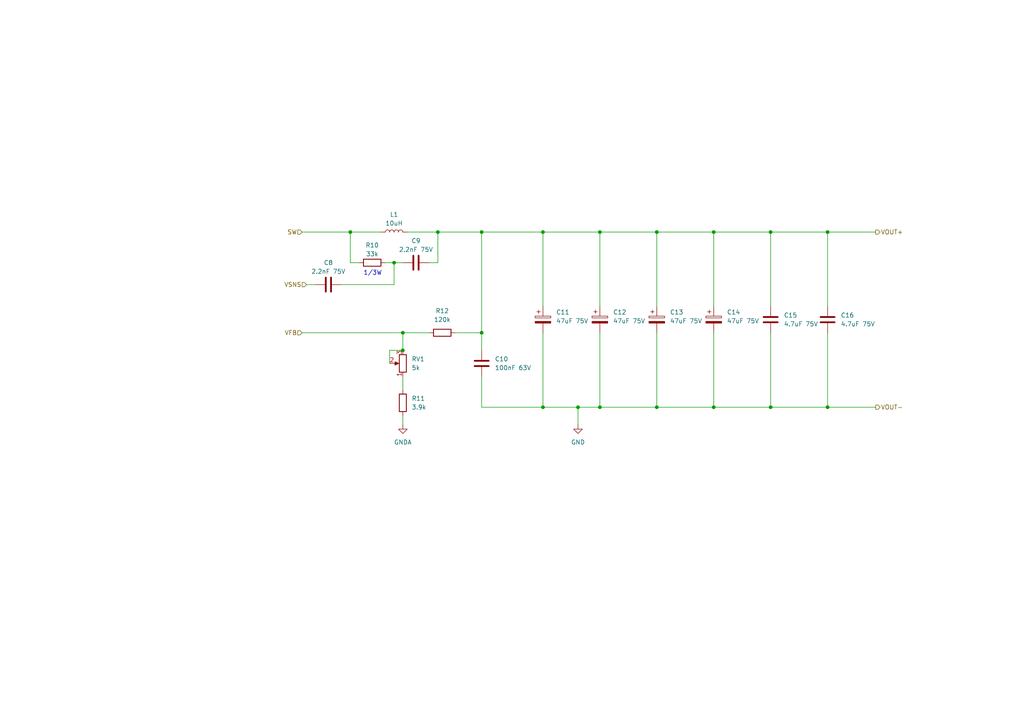
<source format=kicad_sch>
(kicad_sch (version 20211123) (generator eeschema)
  (paper "A4")
  (lib_symbols
    (symbol "Device:C" (pin_numbers hide) (pin_names (offset 0.254))
      (property "Reference" "C" (at 0.635 2.54 0))
      (property "Value" "C" (at 0.635 -2.54 0))
      (symbol "C_0_1"
        (polyline (pts (xy -2.032 -0.762) (xy 2.032 -0.762)) (stroke (width 0.508)))
        (polyline (pts (xy -2.032 0.762) (xy 2.032 0.762)) (stroke (width 0.508)))
      )
      (symbol "C_1_1"
        (pin passive line (at 0 3.81 270) (length 2.794) (name "~") (number "1"))
        (pin passive line (at 0 -3.81 90) (length 2.794) (name "~") (number "2"))
      )
    )
    (symbol "Device:C_Polarized" (pin_numbers hide) (pin_names (offset 0.254))
      (property "Reference" "C" (at 0.635 2.54 0))
      (property "Value" "C_Polarized" (at 0.635 -2.54 0))
      (symbol "C_Polarized_0_1"
        (rectangle (start -2.286 0.508) (end 2.286 1.016))
        (polyline (pts (xy -1.778 2.286) (xy -0.762 2.286)))
        (polyline (pts (xy -1.27 2.794) (xy -1.27 1.778)))
        (rectangle (start 2.286 -0.508) (end -2.286 -1.016) (fill (type outline)))
      )
      (symbol "C_Polarized_1_1"
        (pin passive line (at 0 3.81 270) (length 2.794) (name "~") (number "1"))
        (pin passive line (at 0 -3.81 90) (length 2.794) (name "~") (number "2"))
      )
    )
    (symbol "Device:L" (pin_numbers hide) (pin_names (offset 1.016) hide)
      (property "Reference" "L" (at -1.27 0 90))
      (property "Value" "L" (at 1.905 0 90))
      (symbol "L_0_1"
        (arc (start 0 -2.54) (mid 0.635 -1.905) (end 0 -1.27))
        (arc (start 0 -1.27) (mid 0.635 -0.635) (end 0 0))
        (arc (start 0 0) (mid 0.635 0.635) (end 0 1.27))
        (arc (start 0 1.27) (mid 0.635 1.905) (end 0 2.54))
      )
      (symbol "L_1_1"
        (pin passive line (at 0 3.81 270) (length 1.27) (name "1") (number "1"))
        (pin passive line (at 0 -3.81 90) (length 1.27) (name "2") (number "2"))
      )
    )
    (symbol "Device:R" (pin_numbers hide) (pin_names (offset 0))
      (property "Reference" "R" (at 2.032 0 90))
      (property "Value" "R" (at 0 0 90))
      (symbol "R_0_1"
        (rectangle (start -1.016 -2.54) (end 1.016 2.54) (stroke (width 0.254)))
      )
      (symbol "R_1_1"
        (pin passive line (at 0 3.81 270) (length 1.27) (name "~") (number "1"))
        (pin passive line (at 0 -3.81 90) (length 1.27) (name "~") (number "2"))
      )
    )
    (symbol "Device:R_Potentiometer" (pin_names (offset 1.016) hide)
      (property "Reference" "RV" (at -4.445 0 90))
      (property "Value" "R_Potentiometer" (at -2.54 0 90))
      (symbol "R_Potentiometer_0_1"
        (polyline (pts (xy 2.54 0) (xy 1.524 0)))
        (polyline (pts (xy 1.143 0) (xy 2.286 0.508) (xy 2.286 -0.508) (xy 1.143 0)) (fill (type outline)))
        (rectangle (start 1.016 2.54) (end -1.016 -2.54) (stroke (width 0.254)))
      )
      (symbol "R_Potentiometer_1_1"
        (pin passive line (at 0 3.81 270) (length 1.27) (name "1") (number "1"))
        (pin passive line (at 3.81 0 180) (length 1.27) (name "2") (number "2"))
        (pin passive line (at 0 -3.81 90) (length 1.27) (name "3") (number "3"))
      )
    )
    (symbol "power:GND" (power) (pin_names (offset 0))
      (property "Value" "GND" (at 0 -3.81 0))
      (symbol "GND_0_1"
        (polyline (pts (xy 0 0) (xy 0 -1.27) (xy 1.27 -1.27) (xy 0 -2.54) (xy -1.27 -1.27) (xy 0 -1.27)))
      )
      (symbol "GND_1_1"
        (pin power_in line (at 0 0 270) (length 0) hide (name "GND") (number "1"))
      )
    )
    (symbol "power:GNDA" (power) (pin_names (offset 0))
      (property "Value" "GNDA" (at 0 -3.81 0))
      (symbol "GNDA_0_1"
        (polyline (pts (xy 0 0) (xy 0 -1.27) (xy 1.27 -1.27) (xy 0 -2.54) (xy -1.27 -1.27) (xy 0 -1.27)))
      )
      (symbol "GNDA_1_1"
        (pin power_in line (at 0 0 270) (length 0) hide (name "GNDA") (number "1"))
      )
    )
  )
  (junction (at 116.84 96.52))
  (junction (at 167.64 118.11))
  (junction (at 127 67.31))
  (junction (at 101.6 67.31))
  (junction (at 240.03 67.31))
  (junction (at 139.7 96.52))
  (junction (at 157.48 67.31))
  (junction (at 116.84 101.6))
  (junction (at 207.01 118.11))
  (junction (at 190.5 67.31))
  (junction (at 240.03 118.11))
  (junction (at 114.3 76.2))
  (junction (at 173.99 67.31))
  (junction (at 223.52 118.11))
  (junction (at 190.5 118.11))
  (junction (at 139.7 67.31))
  (junction (at 157.48 118.11))
  (junction (at 207.01 67.31))
  (junction (at 223.52 67.31))
  (junction (at 173.99 118.11))
  (wire (pts (xy 88.9 82.55) (xy 91.44 82.55)))
  (wire (pts (xy 240.03 96.52) (xy 240.03 118.11)))
  (wire (pts (xy 101.6 67.31) (xy 101.6 76.2)))
  (wire (pts (xy 116.84 120.65) (xy 116.84 123.19)))
  (wire (pts (xy 157.48 67.31) (xy 173.99 67.31)))
  (wire (pts (xy 116.84 109.22) (xy 116.84 113.03)))
  (wire (pts (xy 190.5 96.52) (xy 190.5 118.11)))
  (wire (pts (xy 223.52 118.11) (xy 240.03 118.11)))
  (wire (pts (xy 101.6 76.2) (xy 104.14 76.2)))
  (wire (pts (xy 116.84 96.52) (xy 116.84 101.6)))
  (wire (pts (xy 114.3 76.2) (xy 116.84 76.2)))
  (wire (pts (xy 157.48 96.52) (xy 157.48 118.11)))
  (wire (pts (xy 113.03 105.41) (xy 113.03 101.6)))
  (wire (pts (xy 173.99 118.11) (xy 190.5 118.11)))
  (wire (pts (xy 207.01 96.52) (xy 207.01 118.11)))
  (wire (pts (xy 167.64 118.11) (xy 173.99 118.11)))
  (wire (pts (xy 124.46 76.2) (xy 127 76.2)))
  (wire (pts (xy 223.52 96.52) (xy 223.52 118.11)))
  (wire (pts (xy 157.48 67.31) (xy 157.48 88.9)))
  (wire (pts (xy 139.7 67.31) (xy 139.7 96.52)))
  (wire (pts (xy 190.5 67.31) (xy 190.5 88.9)))
  (wire (pts (xy 173.99 67.31) (xy 173.99 88.9)))
  (wire (pts (xy 240.03 67.31) (xy 254 67.31)))
  (wire (pts (xy 101.6 67.31) (xy 110.49 67.31)))
  (wire (pts (xy 139.7 118.11) (xy 157.48 118.11)))
  (wire (pts (xy 190.5 67.31) (xy 207.01 67.31)))
  (wire (pts (xy 139.7 96.52) (xy 139.7 101.6)))
  (wire (pts (xy 167.64 118.11) (xy 167.64 123.19)))
  (wire (pts (xy 113.03 101.6) (xy 116.84 101.6)))
  (wire (pts (xy 223.52 67.31) (xy 223.52 88.9)))
  (wire (pts (xy 240.03 67.31) (xy 240.03 88.9)))
  (wire (pts (xy 99.06 82.55) (xy 114.3 82.55)))
  (wire (pts (xy 207.01 118.11) (xy 223.52 118.11)))
  (wire (pts (xy 173.99 96.52) (xy 173.99 118.11)))
  (wire (pts (xy 127 67.31) (xy 127 76.2)))
  (wire (pts (xy 207.01 67.31) (xy 223.52 67.31)))
  (wire (pts (xy 114.3 82.55) (xy 114.3 76.2)))
  (wire (pts (xy 207.01 67.31) (xy 207.01 88.9)))
  (wire (pts (xy 87.63 67.31) (xy 101.6 67.31)))
  (wire (pts (xy 116.84 96.52) (xy 124.46 96.52)))
  (wire (pts (xy 173.99 67.31) (xy 190.5 67.31)))
  (wire (pts (xy 223.52 67.31) (xy 240.03 67.31)))
  (wire (pts (xy 111.76 76.2) (xy 114.3 76.2)))
  (wire (pts (xy 87.63 96.52) (xy 116.84 96.52)))
  (wire (pts (xy 139.7 109.22) (xy 139.7 118.11)))
  (wire (pts (xy 127 67.31) (xy 139.7 67.31)))
  (wire (pts (xy 190.5 118.11) (xy 207.01 118.11)))
  (wire (pts (xy 139.7 67.31) (xy 157.48 67.31)))
  (wire (pts (xy 157.48 118.11) (xy 167.64 118.11)))
  (wire (pts (xy 132.08 96.52) (xy 139.7 96.52)))
  (wire (pts (xy 240.03 118.11) (xy 254 118.11)))
  (wire (pts (xy 118.11 67.31) (xy 127 67.31)))
  (text "1/3W" (at 105.41 80.01 0) (effects (font (size 1.27 1.27)) (justify left bottom)))
  (hierarchical_label "SW" (shape input) (at 87.63 67.31 180))
  (hierarchical_label "VOUT+" (shape output) (at 254 67.31 0))
  (hierarchical_label "VSNS" (shape input) (at 88.9 82.55 180))
  (hierarchical_label "VFB" (shape input) (at 87.63 96.52 180))
  (hierarchical_label "VOUT-" (shape output) (at 254 118.11 0))
  (symbol (lib_id "Device:C_Polarized") (at 190.5 92.71 0) (unit 1)
    (property "Reference" "C13" (at 194.31 90.5509 0) (effects (justify left)))
    (property "Value" "47uF 75V" (at 194.31 93.0909 0) (effects (justify left)))
    (property "Footprint" "Capacitor_THT:CP_Radial_D8.0mm_P3.50mm" (effects hide))
    (property "LCSC" "C46895" (effects hide))
  )
  (symbol (lib_id "Device:C_Polarized") (at 173.99 92.71 0) (unit 1)
    (property "Reference" "C12" (at 177.8 90.5509 0) (effects (justify left)))
    (property "Value" "47uF 75V" (at 177.8 93.0909 0) (effects (justify left)))
    (property "Footprint" "Capacitor_THT:CP_Radial_D8.0mm_P3.50mm" (effects hide))
    (property "LCSC" "C46895" (effects hide))
  )
  (symbol (lib_id "Device:R") (at 116.84 116.84 180) (unit 1)
    (property "Reference" "R11" (at 119.38 115.5699 0) (effects (justify right)))
    (property "Value" "3.9k" (at 119.38 118.1099 0) (effects (justify right)))
    (property "Footprint" "Resistor_SMD:R_0603_1608Metric" (effects hide))
    (property "LCSC" "C23018" (effects hide))
  )
  (symbol (lib_id "Device:C") (at 95.25 82.55 90) (unit 1)
    (property "Reference" "C8" (at 95.25 76.2 90))
    (property "Value" "2.2nF 75V" (at 95.25 78.74 90))
    (property "Footprint" "Capacitor_SMD:C_0603_1608Metric" (effects hide))
    (property "LCSC" "C5186704" (effects hide))
  )
  (symbol (lib_id "Device:R") (at 128.27 96.52 90) (unit 1)
    (property "Reference" "R12" (at 128.27 90.17 90))
    (property "Value" "120k" (at 128.27 92.71 90))
    (property "Footprint" "Resistor_SMD:R_0603_1608Metric" (effects hide))
    (property "LCSC" "C25808" (effects hide))
  )
  (symbol (lib_id "power:GNDA") (at 116.84 123.19 0) (unit 1)
    (property "Reference" "#PWR014" (effects hide))
    (property "Value" "GNDA" (at 116.84 128.27 0))
  )
  (symbol (lib_id "power:GND") (at 167.64 123.19 0) (unit 1)
    (property "Reference" "#PWR015" (effects hide))
    (property "Value" "GND" (at 167.64 128.27 0))
  )
  (symbol (lib_id "Device:C") (at 139.7 105.41 0) (unit 1)
    (property "Reference" "C10" (at 143.51 104.1399 0) (effects (justify left)))
    (property "Value" "100nF 63V" (at 143.51 106.6799 0) (effects (justify left)))
    (property "Footprint" "Capacitor_SMD:C_0603_1608Metric" (effects hide))
    (property "LCSC" "C696916" (effects hide))
  )
  (symbol (lib_id "Device:R_Potentiometer") (at 116.84 105.41 180) (unit 1)
    (property "Reference" "RV1" (at 119.38 104.14 0) (effects (justify right)))
    (property "Value" "5k" (at 119.38 106.68 0) (effects (justify right)))
    (property "Footprint" "Potentiometer_SMD:Potentiometer_Bourns_TC33X_Vertical" (effects hide))
    (property "LCSC" "C719177" (effects hide))
  )
  (symbol (lib_id "Device:R") (at 107.95 76.2 90) (unit 1)
    (property "Reference" "R10" (at 107.95 71.12 90))
    (property "Value" "33k" (at 107.95 73.66 90))
    (property "Footprint" "Resistor_SMD:R_1210_3225Metric" (effects hide))
    (property "LCSC" "C2933818" (effects hide))
  )
  (symbol (lib_id "Device:C_Polarized") (at 157.48 92.71 0) (unit 1)
    (property "Reference" "C11" (at 161.29 90.5509 0) (effects (justify left)))
    (property "Value" "47uF 75V" (at 161.29 93.0909 0) (effects (justify left)))
    (property "Footprint" "Capacitor_THT:CP_Radial_D8.0mm_P3.50mm" (effects hide))
    (property "LCSC" "C46895" (effects hide))
  )
  (symbol (lib_id "Device:C") (at 223.52 92.71 0) (unit 1)
    (property "Reference" "C15" (at 227.33 91.4399 0) (effects (justify left)))
    (property "Value" "4.7uF 75V" (at 227.33 93.9799 0) (effects (justify left)))
    (property "Footprint" "Capacitor_SMD:C_1210_3225Metric" (effects hide))
    (property "LCSC" "C2979983" (effects hide))
  )
  (symbol (lib_id "Device:C") (at 240.03 92.71 0) (unit 1)
    (property "Reference" "C16" (at 243.84 91.4399 0) (effects (justify left)))
    (property "Value" "4.7uF 75V" (at 243.84 93.9799 0) (effects (justify left)))
    (property "Footprint" "Capacitor_SMD:C_1210_3225Metric" (effects hide))
    (property "LCSC" "C2979983" (effects hide))
  )
  (symbol (lib_id "Device:C_Polarized") (at 207.01 92.71 0) (unit 1)
    (property "Reference" "C14" (at 210.82 90.5509 0) (effects (justify left)))
    (property "Value" "47uF 75V" (at 210.82 93.0909 0) (effects (justify left)))
    (property "Footprint" "Capacitor_THT:CP_Radial_D8.0mm_P3.50mm" (effects hide))
    (property "LCSC" "C46895" (effects hide))
  )
  (symbol (lib_id "Device:L") (at 114.3 67.31 90) (unit 1)
    (property "Reference" "L1" (at 114.3 62.23 90))
    (property "Value" "10uH" (at 114.3 64.77 90))
    (property "Footprint" "Inductor_THT:L_Radial_D12.0mm_P5.00mm_Neosid_SD12_style2" (effects hide))
    (property "LCSC" "C3011538" (effects hide))
  )
  (symbol (lib_id "Device:C") (at 120.65 76.2 270) (unit 1)
    (property "Reference" "C9" (at 120.65 69.85 90))
    (property "Value" "2.2nF 75V" (at 120.65 72.39 90))
    (property "Footprint" "Capacitor_SMD:C_0603_1608Metric" (effects hide))
    (property "LCSC" "C5186704" (effects hide))
  )
)
</source>
